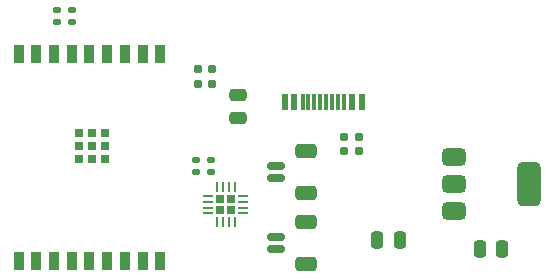
<source format=gbr>
%TF.GenerationSoftware,KiCad,Pcbnew,9.0.3*%
%TF.CreationDate,2025-07-29T11:04:15-06:00*%
%TF.ProjectId,Battle_Bot_Mind,42617474-6c65-45f4-926f-745f4d696e64,rev?*%
%TF.SameCoordinates,Original*%
%TF.FileFunction,Paste,Top*%
%TF.FilePolarity,Positive*%
%FSLAX46Y46*%
G04 Gerber Fmt 4.6, Leading zero omitted, Abs format (unit mm)*
G04 Created by KiCad (PCBNEW 9.0.3) date 2025-07-29 11:04:15*
%MOMM*%
%LPD*%
G01*
G04 APERTURE LIST*
G04 Aperture macros list*
%AMRoundRect*
0 Rectangle with rounded corners*
0 $1 Rounding radius*
0 $2 $3 $4 $5 $6 $7 $8 $9 X,Y pos of 4 corners*
0 Add a 4 corners polygon primitive as box body*
4,1,4,$2,$3,$4,$5,$6,$7,$8,$9,$2,$3,0*
0 Add four circle primitives for the rounded corners*
1,1,$1+$1,$2,$3*
1,1,$1+$1,$4,$5*
1,1,$1+$1,$6,$7*
1,1,$1+$1,$8,$9*
0 Add four rect primitives between the rounded corners*
20,1,$1+$1,$2,$3,$4,$5,0*
20,1,$1+$1,$4,$5,$6,$7,0*
20,1,$1+$1,$6,$7,$8,$9,0*
20,1,$1+$1,$8,$9,$2,$3,0*%
G04 Aperture macros list end*
%ADD10R,0.700000X0.700000*%
%ADD11R,0.900000X1.500000*%
%ADD12RoundRect,0.160000X0.197500X0.160000X-0.197500X0.160000X-0.197500X-0.160000X0.197500X-0.160000X0*%
%ADD13RoundRect,0.160000X0.160000X-0.197500X0.160000X0.197500X-0.160000X0.197500X-0.160000X-0.197500X0*%
%ADD14R,0.600000X1.450000*%
%ADD15R,0.300000X1.450000*%
%ADD16RoundRect,0.147500X0.172500X-0.147500X0.172500X0.147500X-0.172500X0.147500X-0.172500X-0.147500X0*%
%ADD17RoundRect,0.250000X-0.475000X0.250000X-0.475000X-0.250000X0.475000X-0.250000X0.475000X0.250000X0*%
%ADD18RoundRect,0.135000X0.185000X-0.135000X0.185000X0.135000X-0.185000X0.135000X-0.185000X-0.135000X0*%
%ADD19RoundRect,0.375000X-0.625000X-0.375000X0.625000X-0.375000X0.625000X0.375000X-0.625000X0.375000X0*%
%ADD20RoundRect,0.500000X-0.500000X-1.400000X0.500000X-1.400000X0.500000X1.400000X-0.500000X1.400000X0*%
%ADD21RoundRect,0.140000X-0.170000X0.140000X-0.170000X-0.140000X0.170000X-0.140000X0.170000X0.140000X0*%
%ADD22RoundRect,0.150000X-0.625000X0.150000X-0.625000X-0.150000X0.625000X-0.150000X0.625000X0.150000X0*%
%ADD23RoundRect,0.250000X-0.650000X0.350000X-0.650000X-0.350000X0.650000X-0.350000X0.650000X0.350000X0*%
%ADD24RoundRect,0.182500X0.182500X-0.182500X0.182500X0.182500X-0.182500X0.182500X-0.182500X-0.182500X0*%
%ADD25RoundRect,0.062500X0.062500X-0.325000X0.062500X0.325000X-0.062500X0.325000X-0.062500X-0.325000X0*%
%ADD26RoundRect,0.062500X0.325000X-0.062500X0.325000X0.062500X-0.325000X0.062500X-0.325000X-0.062500X0*%
%ADD27RoundRect,0.250000X-0.250000X-0.475000X0.250000X-0.475000X0.250000X0.475000X-0.250000X0.475000X0*%
%ADD28RoundRect,0.250000X0.250000X0.475000X-0.250000X0.475000X-0.250000X-0.475000X0.250000X-0.475000X0*%
G04 APERTURE END LIST*
D10*
%TO.C,U1*%
X112300000Y-84390000D03*
X113400000Y-84390000D03*
X114500000Y-84390000D03*
X112300000Y-83290000D03*
X113400000Y-83290000D03*
X114500000Y-83290000D03*
X112300000Y-82190000D03*
X113400000Y-82190000D03*
X114500000Y-82190000D03*
D11*
X107200000Y-93000000D03*
X108700000Y-93000000D03*
X110200000Y-93000000D03*
X111700000Y-93000000D03*
X113200000Y-93000000D03*
X114700000Y-93000000D03*
X116200000Y-93000000D03*
X117700000Y-93000000D03*
X119200000Y-93000000D03*
X119200000Y-75500000D03*
X117700000Y-75500000D03*
X116200000Y-75500000D03*
X114700000Y-75500000D03*
X113200000Y-75500000D03*
X111700000Y-75500000D03*
X110200000Y-75500000D03*
X108700000Y-75500000D03*
X107200000Y-75500000D03*
%TD*%
D12*
%TO.C,R6*%
X123597500Y-76788000D03*
X122402500Y-76788000D03*
%TD*%
%TO.C,R5*%
X123597500Y-78038000D03*
X122402500Y-78038000D03*
%TD*%
D13*
%TO.C,R1*%
X136000000Y-83695000D03*
X136000000Y-82500000D03*
%TD*%
D14*
%TO.C,J1*%
X136250000Y-79545000D03*
X135450000Y-79545000D03*
D15*
X134250000Y-79545000D03*
X133250000Y-79545000D03*
X132750000Y-79545000D03*
X131750000Y-79545000D03*
D14*
X130550000Y-79545000D03*
X129750000Y-79545000D03*
X129750000Y-79545000D03*
X130550000Y-79545000D03*
D15*
X131250000Y-79545000D03*
X132250000Y-79545000D03*
X133750000Y-79545000D03*
X134750000Y-79545000D03*
D14*
X135450000Y-79545000D03*
X136250000Y-79545000D03*
%TD*%
D16*
%TO.C,D2*%
X110500000Y-72750000D03*
X110500000Y-71780000D03*
%TD*%
D17*
%TO.C,C1*%
X125750000Y-79000000D03*
X125750000Y-80900000D03*
%TD*%
D18*
%TO.C,R3*%
X111750000Y-72750000D03*
X111750000Y-71730000D03*
%TD*%
%TO.C,R8*%
X123500000Y-85500000D03*
X123500000Y-84480000D03*
%TD*%
D19*
%TO.C,U4*%
X144100000Y-84200000D03*
X144100000Y-86500000D03*
D20*
X150400000Y-86500000D03*
D19*
X144100000Y-88800000D03*
%TD*%
D21*
%TO.C,C9*%
X122270000Y-84510000D03*
X122270000Y-85470000D03*
%TD*%
D22*
%TO.C,M1*%
X129000000Y-85000000D03*
X129000000Y-86000000D03*
D23*
X131525000Y-83700000D03*
X131525000Y-87300000D03*
%TD*%
D24*
%TO.C,U3*%
X124300000Y-88700000D03*
X125200000Y-88700000D03*
X124300000Y-87800000D03*
X125200000Y-87800000D03*
D25*
X124000000Y-89737500D03*
X124500000Y-89737500D03*
X125000000Y-89737500D03*
X125500000Y-89737500D03*
D26*
X126237500Y-89000000D03*
X126237500Y-88500000D03*
X126237500Y-88000000D03*
X126237500Y-87500000D03*
D25*
X125500000Y-86762500D03*
X125000000Y-86762500D03*
X124500000Y-86762500D03*
X124000000Y-86762500D03*
D26*
X123262500Y-87500000D03*
X123262500Y-88000000D03*
X123262500Y-88500000D03*
X123262500Y-89000000D03*
%TD*%
D27*
%TO.C,C6*%
X137590000Y-91250000D03*
X139490000Y-91250000D03*
%TD*%
D28*
%TO.C,C5*%
X148150000Y-92000000D03*
X146250000Y-92000000D03*
%TD*%
D13*
%TO.C,R2*%
X134750000Y-83695000D03*
X134750000Y-82500000D03*
%TD*%
D22*
%TO.C,M2*%
X129000000Y-91000000D03*
X129000000Y-92000000D03*
D23*
X131525000Y-89700000D03*
X131525000Y-93300000D03*
%TD*%
M02*

</source>
